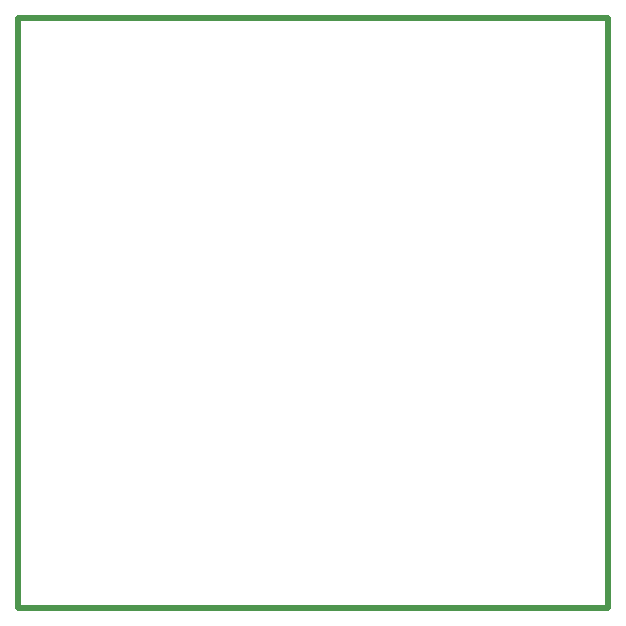
<source format=gbr>
%TF.GenerationSoftware,KiCad,Pcbnew,7.0.7*%
%TF.CreationDate,2024-06-16T14:46:00+02:00*%
%TF.ProjectId,Enchufe_inteligenteV2,456e6368-7566-4655-9f69-6e74656c6967,v1.1*%
%TF.SameCoordinates,Original*%
%TF.FileFunction,Profile,NP*%
%FSLAX46Y46*%
G04 Gerber Fmt 4.6, Leading zero omitted, Abs format (unit mm)*
G04 Created by KiCad (PCBNEW 7.0.7) date 2024-06-16 14:46:00*
%MOMM*%
%LPD*%
G01*
G04 APERTURE LIST*
%TA.AperFunction,Profile*%
%ADD10C,0.500000*%
%TD*%
G04 APERTURE END LIST*
D10*
X277000000Y-63000000D02*
X227000000Y-63000000D01*
X227000000Y-113000000D02*
X277000000Y-113000000D01*
X277000000Y-113000000D02*
X277000000Y-63000000D01*
X227000000Y-63000000D02*
X227000000Y-113000000D01*
M02*

</source>
